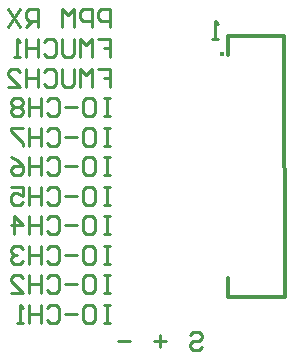
<source format=gbo>
G04 Layer_Color=32896*
%FSLAX43Y43*%
%MOMM*%
G71*
G01*
G75*
%ADD17C,0.254*%
%ADD22C,0.305*%
G36*
X52197Y54694D02*
X51843D01*
Y55048D01*
X52197D01*
Y54694D01*
D02*
G37*
D17*
X51617Y56131D02*
X51109D01*
X51363D01*
Y57654D01*
X51617Y57400D01*
X42545Y33655D02*
X42037D01*
X42291D01*
Y32131D01*
X42545D01*
X42037D01*
X40514Y33655D02*
X41021D01*
X41275Y33401D01*
Y32385D01*
X41021Y32131D01*
X40514D01*
X40260Y32385D01*
Y33401D01*
X40514Y33655D01*
X39752Y32893D02*
X38736D01*
X37213Y33401D02*
X37467Y33655D01*
X37974D01*
X38228Y33401D01*
Y32385D01*
X37974Y32131D01*
X37467D01*
X37213Y32385D01*
X36705Y33655D02*
Y32131D01*
Y32893D01*
X35689D01*
Y33655D01*
Y32131D01*
X35181D02*
X34674D01*
X34927D01*
Y33655D01*
X35181Y33401D01*
X42545Y36156D02*
X42037D01*
X42291D01*
Y34633D01*
X42545D01*
X42037D01*
X40514Y36156D02*
X41021D01*
X41275Y35902D01*
Y34887D01*
X41021Y34633D01*
X40514D01*
X40260Y34887D01*
Y35902D01*
X40514Y36156D01*
X39752Y35395D02*
X38736D01*
X37213Y35902D02*
X37467Y36156D01*
X37974D01*
X38228Y35902D01*
Y34887D01*
X37974Y34633D01*
X37467D01*
X37213Y34887D01*
X36705Y36156D02*
Y34633D01*
Y35395D01*
X35689D01*
Y36156D01*
Y34633D01*
X34166D02*
X35181D01*
X34166Y35649D01*
Y35902D01*
X34420Y36156D01*
X34927D01*
X35181Y35902D01*
X42545Y38658D02*
X42037D01*
X42291D01*
Y37135D01*
X42545D01*
X42037D01*
X40514Y38658D02*
X41021D01*
X41275Y38404D01*
Y37389D01*
X41021Y37135D01*
X40514D01*
X40260Y37389D01*
Y38404D01*
X40514Y38658D01*
X39752Y37897D02*
X38736D01*
X37213Y38404D02*
X37467Y38658D01*
X37974D01*
X38228Y38404D01*
Y37389D01*
X37974Y37135D01*
X37467D01*
X37213Y37389D01*
X36705Y38658D02*
Y37135D01*
Y37897D01*
X35689D01*
Y38658D01*
Y37135D01*
X35181Y38404D02*
X34927Y38658D01*
X34420D01*
X34166Y38404D01*
Y38150D01*
X34420Y37897D01*
X34674D01*
X34420D01*
X34166Y37643D01*
Y37389D01*
X34420Y37135D01*
X34927D01*
X35181Y37389D01*
X42545Y41160D02*
X42037D01*
X42291D01*
Y39637D01*
X42545D01*
X42037D01*
X40514Y41160D02*
X41021D01*
X41275Y40906D01*
Y39891D01*
X41021Y39637D01*
X40514D01*
X40260Y39891D01*
Y40906D01*
X40514Y41160D01*
X39752Y40398D02*
X38736D01*
X37213Y40906D02*
X37467Y41160D01*
X37974D01*
X38228Y40906D01*
Y39891D01*
X37974Y39637D01*
X37467D01*
X37213Y39891D01*
X36705Y41160D02*
Y39637D01*
Y40398D01*
X35689D01*
Y41160D01*
Y39637D01*
X34420D02*
Y41160D01*
X35181Y40398D01*
X34166D01*
X42545Y43662D02*
X42037D01*
X42291D01*
Y42139D01*
X42545D01*
X42037D01*
X40514Y43662D02*
X41021D01*
X41275Y43408D01*
Y42393D01*
X41021Y42139D01*
X40514D01*
X40260Y42393D01*
Y43408D01*
X40514Y43662D01*
X39752Y42900D02*
X38736D01*
X37213Y43408D02*
X37467Y43662D01*
X37974D01*
X38228Y43408D01*
Y42393D01*
X37974Y42139D01*
X37467D01*
X37213Y42393D01*
X36705Y43662D02*
Y42139D01*
Y42900D01*
X35689D01*
Y43662D01*
Y42139D01*
X34166Y43662D02*
X35181D01*
Y42900D01*
X34674Y43154D01*
X34420D01*
X34166Y42900D01*
Y42393D01*
X34420Y42139D01*
X34927D01*
X35181Y42393D01*
X42545Y46164D02*
X42037D01*
X42291D01*
Y44640D01*
X42545D01*
X42037D01*
X40514Y46164D02*
X41021D01*
X41275Y45910D01*
Y44894D01*
X41021Y44640D01*
X40514D01*
X40260Y44894D01*
Y45910D01*
X40514Y46164D01*
X39752Y45402D02*
X38736D01*
X37213Y45910D02*
X37467Y46164D01*
X37974D01*
X38228Y45910D01*
Y44894D01*
X37974Y44640D01*
X37467D01*
X37213Y44894D01*
X36705Y46164D02*
Y44640D01*
Y45402D01*
X35689D01*
Y46164D01*
Y44640D01*
X34166Y46164D02*
X34674Y45910D01*
X35181Y45402D01*
Y44894D01*
X34927Y44640D01*
X34420D01*
X34166Y44894D01*
Y45148D01*
X34420Y45402D01*
X35181D01*
X42545Y48666D02*
X42037D01*
X42291D01*
Y47142D01*
X42545D01*
X42037D01*
X40514Y48666D02*
X41021D01*
X41275Y48412D01*
Y47396D01*
X41021Y47142D01*
X40514D01*
X40260Y47396D01*
Y48412D01*
X40514Y48666D01*
X39752Y47904D02*
X38736D01*
X37213Y48412D02*
X37467Y48666D01*
X37974D01*
X38228Y48412D01*
Y47396D01*
X37974Y47142D01*
X37467D01*
X37213Y47396D01*
X36705Y48666D02*
Y47142D01*
Y47904D01*
X35689D01*
Y48666D01*
Y47142D01*
X35181Y48666D02*
X34166D01*
Y48412D01*
X35181Y47396D01*
Y47142D01*
X42545Y51168D02*
X42037D01*
X42291D01*
Y49644D01*
X42545D01*
X42037D01*
X40514Y51168D02*
X41021D01*
X41275Y50914D01*
Y49898D01*
X41021Y49644D01*
X40514D01*
X40260Y49898D01*
Y50914D01*
X40514Y51168D01*
X39752Y50406D02*
X38736D01*
X37213Y50914D02*
X37467Y51168D01*
X37974D01*
X38228Y50914D01*
Y49898D01*
X37974Y49644D01*
X37467D01*
X37213Y49898D01*
X36705Y51168D02*
Y49644D01*
Y50406D01*
X35689D01*
Y51168D01*
Y49644D01*
X35181Y50914D02*
X34927Y51168D01*
X34420D01*
X34166Y50914D01*
Y50660D01*
X34420Y50406D01*
X34166Y50152D01*
Y49898D01*
X34420Y49644D01*
X34927D01*
X35181Y49898D01*
Y50152D01*
X34927Y50406D01*
X35181Y50660D01*
Y50914D01*
X34927Y50406D02*
X34420D01*
X41529Y53670D02*
X42545D01*
Y52908D01*
X42037D01*
X42545D01*
Y52146D01*
X41021D02*
Y53670D01*
X40514Y53162D01*
X40006Y53670D01*
Y52146D01*
X39498Y53670D02*
Y52400D01*
X39244Y52146D01*
X38736D01*
X38482Y52400D01*
Y53670D01*
X36959Y53416D02*
X37213Y53670D01*
X37721D01*
X37974Y53416D01*
Y52400D01*
X37721Y52146D01*
X37213D01*
X36959Y52400D01*
X36451Y53670D02*
Y52146D01*
Y52908D01*
X35435D01*
Y53670D01*
Y52146D01*
X33912D02*
X34927D01*
X33912Y53162D01*
Y53416D01*
X34166Y53670D01*
X34674D01*
X34927Y53416D01*
X41529Y56172D02*
X42545D01*
Y55410D01*
X42037D01*
X42545D01*
Y54648D01*
X41021D02*
Y56172D01*
X40514Y55664D01*
X40006Y56172D01*
Y54648D01*
X39498Y56172D02*
Y54902D01*
X39244Y54648D01*
X38736D01*
X38482Y54902D01*
Y56172D01*
X36959Y55918D02*
X37213Y56172D01*
X37721D01*
X37974Y55918D01*
Y54902D01*
X37721Y54648D01*
X37213D01*
X36959Y54902D01*
X36451Y56172D02*
Y54648D01*
Y55410D01*
X35435D01*
Y56172D01*
Y54648D01*
X34927D02*
X34420D01*
X34674D01*
Y56172D01*
X34927Y55918D01*
X42545Y57150D02*
Y58674D01*
X41783D01*
X41529Y58420D01*
Y57912D01*
X41783Y57658D01*
X42545D01*
X41021Y57150D02*
Y58674D01*
X40260D01*
X40006Y58420D01*
Y57912D01*
X40260Y57658D01*
X41021D01*
X39498Y57150D02*
Y58674D01*
X38990Y58166D01*
X38482Y58674D01*
Y57150D01*
X36451D02*
Y58674D01*
X35689D01*
X35435Y58420D01*
Y57912D01*
X35689Y57658D01*
X36451D01*
X35943D02*
X35435Y57150D01*
X34927Y58674D02*
X33912Y57150D01*
Y58674D02*
X34927Y57150D01*
X49276Y31115D02*
X49530Y31369D01*
X50038D01*
X50292Y31115D01*
Y30861D01*
X50038Y30607D01*
X49530D01*
X49276Y30353D01*
Y30099D01*
X49530Y29845D01*
X50038D01*
X50292Y30099D01*
X47245Y30607D02*
X46229D01*
X46737Y31115D02*
Y30099D01*
X44198Y30607D02*
X43182D01*
D22*
X52462Y56394D02*
X57277D01*
X52462Y54794D02*
Y56394D01*
Y34289D02*
Y35904D01*
Y34289D02*
X57277D01*
Y56394D02*
X57287Y34289D01*
M02*

</source>
